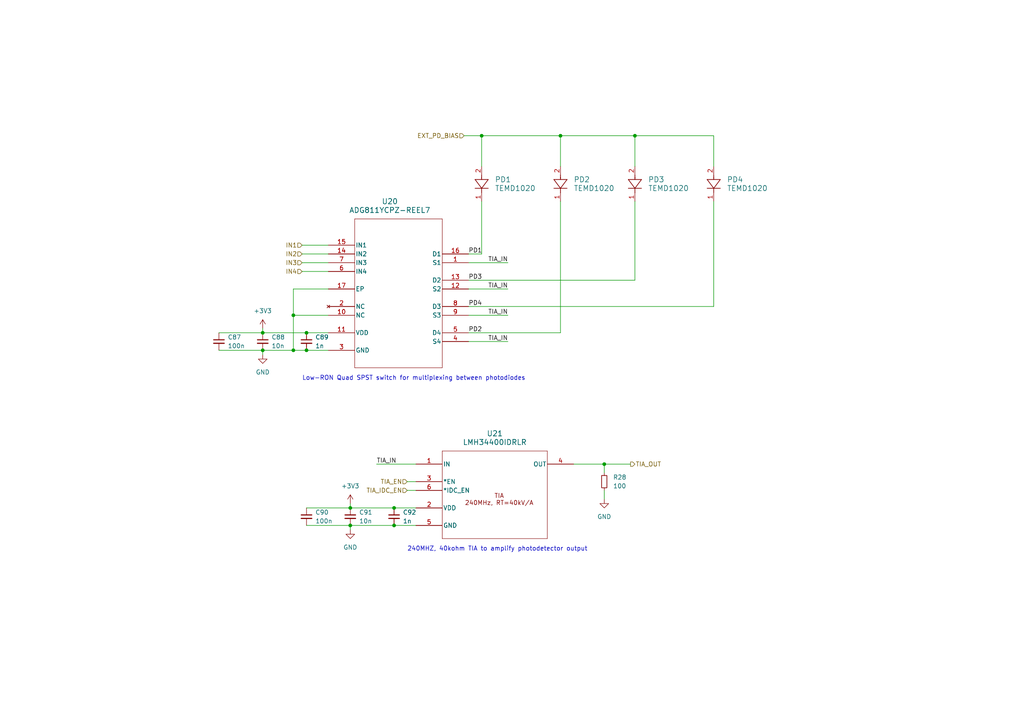
<source format=kicad_sch>
(kicad_sch (version 20230121) (generator eeschema)
  (paper "A4")
  (lib_symbols
    (symbol "Device:C_Small" (pin_numbers hide) (pin_names (offset 0.254) hide)
      (property "Reference" "C" (at 0.254 1.778 0))
      (property "Value" "C_Small" (at 0.254 -2.032 0))
      (symbol "C_Small_0_1"
        (polyline (pts (xy -1.524 -0.508) (xy 1.524 -0.508)) (stroke (width 0.3302)))
        (polyline (pts (xy -1.524 0.508) (xy 1.524 0.508)) (stroke (width 0.3048)))
      )
      (symbol "C_Small_1_1"
        (pin passive line (at 0 2.54 270) (length 2.032) (name "~") (number "1"))
        (pin passive line (at 0 -2.54 90) (length 2.032) (name "~") (number "2"))
      )
    )
    (symbol "Device:R_Small" (pin_numbers hide) (pin_names (offset 0.254) hide)
      (property "Reference" "R" (at 0.762 0.508 0))
      (property "Value" "R_Small" (at 0.762 -1.016 0))
      (symbol "R_Small_0_1"
        (rectangle (start -0.762 1.778) (end 0.762 -1.778) (stroke (width 0.2032)))
      )
      (symbol "R_Small_1_1"
        (pin passive line (at 0 2.54 270) (length 0.762) (name "~") (number "1"))
        (pin passive line (at 0 -2.54 90) (length 0.762) (name "~") (number "2"))
      )
    )
    (symbol "imported_components:ADG811YCPZ-REEL7" (pin_names (offset 0.254))
      (property "Reference" "U" (at 20.32 12.7 0))
      (property "Value" "ADG811YCPZ-REEL7" (at 20.32 10.16 0))
      (symbol "ADG811YCPZ-REEL7_0_1"
        (polyline (pts (xy 7.62 -35.56) (xy 33.02 -35.56)) (stroke (width 0.127)))
        (polyline (pts (xy 7.62 7.62) (xy 7.62 -35.56)) (stroke (width 0.127)))
        (polyline (pts (xy 33.02 -35.56) (xy 33.02 7.62)) (stroke (width 0.127)))
        (polyline (pts (xy 33.02 7.62) (xy 7.62 7.62)) (stroke (width 0.127)))
        (pin bidirectional line (at 40.64 -5.08 180) (length 7.62) (name "S1") (number "1"))
        (pin bidirectional line (at 40.64 -12.7 180) (length 7.62) (name "S2") (number "12"))
        (pin bidirectional line (at 40.64 -10.16 180) (length 7.62) (name "D2") (number "13"))
        (pin bidirectional line (at 40.64 -2.54 180) (length 7.62) (name "D1") (number "16"))
        (pin bidirectional line (at 40.64 -27.94 180) (length 7.62) (name "S4") (number "4"))
        (pin bidirectional line (at 40.64 -25.4 180) (length 7.62) (name "D4") (number "5"))
        (pin bidirectional line (at 40.64 -17.78 180) (length 7.62) (name "D3") (number "8"))
        (pin bidirectional line (at 40.64 -20.32 180) (length 7.62) (name "S3") (number "9"))
      )
      (symbol "ADG811YCPZ-REEL7_1_1"
        (pin free line (at 0 -20.32 0) (length 7.62) (name "NC") (number "10"))
        (pin power_in line (at 0 -25.4 0) (length 7.62) (name "VDD") (number "11"))
        (pin input line (at 0 -2.54 0) (length 7.62) (name "IN2") (number "14"))
        (pin input line (at 0 0 0) (length 7.62) (name "IN1") (number "15"))
        (pin power_in line (at 0 -12.7 0) (length 7.62) (name "EP") (number "17"))
        (pin no_connect line (at 0 -17.78 0) (length 7.62) (name "NC") (number "2"))
        (pin power_in line (at 0 -30.48 0) (length 7.62) (name "GND") (number "3"))
        (pin input line (at 0 -7.62 0) (length 7.62) (name "IN4") (number "6"))
        (pin input line (at 0 -5.08 0) (length 7.62) (name "IN3") (number "7"))
      )
    )
    (symbol "imported_components:LMH34400IDRLR" (pin_names (offset 0.254))
      (property "Reference" "U" (at 22.86 7.62 0))
      (property "Value" "LMH34400IDRLR" (at 22.86 5.08 0))
      (symbol "LMH34400IDRLR_0_1"
        (polyline (pts (xy 7.62 -21.59) (xy 38.1 -21.59)) (stroke (width 0.127)))
        (polyline (pts (xy 7.62 3.81) (xy 7.62 -21.59)) (stroke (width 0.127)))
        (polyline (pts (xy 38.1 -21.59) (xy 38.1 3.81)) (stroke (width 0.127)))
        (polyline (pts (xy 38.1 3.81) (xy 7.62 3.81)) (stroke (width 0.127)))
        (pin input line (at 0 -5.08 0) (length 7.62) (name "*EN") (number "3"))
        (pin output line (at 45.72 0 180) (length 7.62) (name "OUT") (number "4"))
        (pin input line (at 0 -7.62 0) (length 7.62) (name "*IDC_EN") (number "6"))
      )
      (symbol "LMH34400IDRLR_1_1"
        (text "TIA\n240MHz, RT=40kV/A" (at 24.13 -10.16 0) (effects (font (size 1.27 1.27))))
        (pin input line (at 0 0 0) (length 7.62) (name "IN") (number "1"))
        (pin power_in line (at 0 -12.7 0) (length 7.62) (name "VDD") (number "2"))
        (pin power_in line (at 0 -17.78 0) (length 7.62) (name "GND") (number "5"))
      )
    )
    (symbol "imported_components:TEMD1020" (pin_names (offset 0.254))
      (property "Reference" "PD" (at 5.08 4.445 0))
      (property "Value" "TEMD1020" (at 5.08 -3.81 0))
      (symbol "TEMD1020_0_1"
        (polyline (pts (xy 2.54 0) (xy 3.4798 0)) (stroke (width 0.2032)))
        (polyline (pts (xy 3.175 0) (xy 3.81 0)) (stroke (width 0.2032)))
        (polyline (pts (xy 3.81 -1.905) (xy 6.35 0)) (stroke (width 0.2032)))
        (polyline (pts (xy 3.81 1.905) (xy 3.81 -1.905)) (stroke (width 0.2032)))
        (polyline (pts (xy 6.35 -1.905) (xy 6.35 1.905)) (stroke (width 0.2032)))
        (polyline (pts (xy 6.35 0) (xy 3.81 1.905)) (stroke (width 0.2032)))
        (polyline (pts (xy 6.35 0) (xy 7.62 0)) (stroke (width 0.2032)))
      )
      (symbol "TEMD1020_1_1"
        (pin passive line (at 10.16 0 180) (length 2.54) (name "") (number "1"))
        (pin passive line (at 0 0 0) (length 2.54) (name "") (number "2"))
      )
    )
    (symbol "power:+3V3" (power) (pin_names (offset 0))
      (property "Value" "+3V3" (at 0 3.556 0))
      (symbol "+3V3_0_1"
        (polyline (pts (xy -0.762 1.27) (xy 0 2.54)))
        (polyline (pts (xy 0 0) (xy 0 2.54)))
        (polyline (pts (xy 0 2.54) (xy 0.762 1.27)))
      )
      (symbol "+3V3_1_1"
        (pin power_in line (at 0 0 90) (length 0) hide (name "+3V3") (number "1"))
      )
    )
    (symbol "power:GND" (power) (pin_names (offset 0))
      (property "Value" "GND" (at 0 -3.81 0))
      (symbol "GND_0_1"
        (polyline (pts (xy 0 0) (xy 0 -1.27) (xy 1.27 -1.27) (xy 0 -2.54) (xy -1.27 -1.27) (xy 0 -1.27)))
      )
      (symbol "GND_1_1"
        (pin power_in line (at 0 0 270) (length 0) hide (name "GND") (number "1"))
      )
    )
  )
  (junction (at 184.15 39.37))
  (junction (at 175.26 134.62))
  (junction (at 114.3 147.32))
  (junction (at 101.6 152.4))
  (junction (at 88.9 96.52))
  (junction (at 139.7 39.37))
  (junction (at 76.2 101.6))
  (junction (at 88.9 101.6))
  (junction (at 162.56 39.37))
  (junction (at 85.09 91.44))
  (junction (at 76.2 96.52))
  (junction (at 114.3 152.4))
  (junction (at 101.6 147.32))
  (junction (at 85.09 101.6))
  (wire (pts (xy 175.26 134.62) (xy 175.26 137.16)))
  (wire (pts (xy 88.9 147.32) (xy 101.6 147.32)))
  (wire (pts (xy 63.5 96.52) (xy 76.2 96.52)))
  (wire (pts (xy 85.09 91.44) (xy 85.09 101.6)))
  (wire (pts (xy 207.01 39.37) (xy 207.01 48.26)))
  (wire (pts (xy 85.09 83.82) (xy 85.09 91.44)))
  (wire (pts (xy 87.63 76.2) (xy 95.25 76.2)))
  (wire (pts (xy 118.11 142.24) (xy 120.65 142.24)))
  (wire (pts (xy 87.63 71.12) (xy 95.25 71.12)))
  (wire (pts (xy 162.56 39.37) (xy 184.15 39.37)))
  (wire (pts (xy 184.15 39.37) (xy 207.01 39.37)))
  (wire (pts (xy 95.25 101.6) (xy 88.9 101.6)))
  (wire (pts (xy 88.9 101.6) (xy 85.09 101.6)))
  (wire (pts (xy 134.62 39.37) (xy 139.7 39.37)))
  (wire (pts (xy 120.65 147.32) (xy 114.3 147.32)))
  (wire (pts (xy 85.09 91.44) (xy 95.25 91.44)))
  (wire (pts (xy 207.01 88.9) (xy 135.89 88.9)))
  (wire (pts (xy 162.56 96.52) (xy 135.89 96.52)))
  (wire (pts (xy 184.15 39.37) (xy 184.15 48.26)))
  (wire (pts (xy 95.25 96.52) (xy 88.9 96.52)))
  (wire (pts (xy 114.3 147.32) (xy 101.6 147.32)))
  (wire (pts (xy 87.63 73.66) (xy 95.25 73.66)))
  (wire (pts (xy 139.7 39.37) (xy 162.56 39.37)))
  (wire (pts (xy 88.9 152.4) (xy 101.6 152.4)))
  (wire (pts (xy 135.89 91.44) (xy 147.32 91.44)))
  (wire (pts (xy 135.89 83.82) (xy 147.32 83.82)))
  (wire (pts (xy 135.89 81.28) (xy 184.15 81.28)))
  (wire (pts (xy 114.3 152.4) (xy 101.6 152.4)))
  (wire (pts (xy 87.63 78.74) (xy 95.25 78.74)))
  (wire (pts (xy 120.65 152.4) (xy 114.3 152.4)))
  (wire (pts (xy 184.15 58.42) (xy 184.15 81.28)))
  (wire (pts (xy 95.25 83.82) (xy 85.09 83.82)))
  (wire (pts (xy 76.2 96.52) (xy 76.2 95.25)))
  (wire (pts (xy 139.7 73.66) (xy 135.89 73.66)))
  (wire (pts (xy 63.5 101.6) (xy 76.2 101.6)))
  (wire (pts (xy 166.37 134.62) (xy 175.26 134.62)))
  (wire (pts (xy 139.7 58.42) (xy 139.7 73.66)))
  (wire (pts (xy 76.2 101.6) (xy 76.2 102.87)))
  (wire (pts (xy 101.6 147.32) (xy 101.6 146.05)))
  (wire (pts (xy 118.11 139.7) (xy 120.65 139.7)))
  (wire (pts (xy 135.89 99.06) (xy 147.32 99.06)))
  (wire (pts (xy 162.56 39.37) (xy 162.56 48.26)))
  (wire (pts (xy 207.01 58.42) (xy 207.01 88.9)))
  (wire (pts (xy 109.22 134.62) (xy 120.65 134.62)))
  (wire (pts (xy 88.9 96.52) (xy 76.2 96.52)))
  (wire (pts (xy 135.89 76.2) (xy 147.32 76.2)))
  (wire (pts (xy 175.26 142.24) (xy 175.26 144.78)))
  (wire (pts (xy 139.7 48.26) (xy 139.7 39.37)))
  (wire (pts (xy 162.56 58.42) (xy 162.56 96.52)))
  (wire (pts (xy 175.26 134.62) (xy 182.88 134.62)))
  (wire (pts (xy 101.6 152.4) (xy 101.6 153.67)))
  (wire (pts (xy 85.09 101.6) (xy 76.2 101.6)))
  (text "Low-RON Quad SPST switch for multiplexing between photodiodes" (at 87.63 110.49 0) (effects (font (size 1.27 1.27)) (justify left bottom)))
  (text "240MHZ, 40kohm TIA to amplify photodetector output" (at 118.11 160.02 0) (effects (font (size 1.27 1.27)) (justify left bottom)))
  (label "TIA_IN" (at 147.32 76.2 180))
  (label "TIA_IN" (at 147.32 99.06 180))
  (label "TIA_IN" (at 147.32 91.44 180))
  (label "PD4" (at 135.89 88.9 0))
  (label "TIA_IN" (at 147.32 83.82 180))
  (label "PD3" (at 135.89 81.28 0))
  (label "TIA_IN" (at 109.22 134.62 0))
  (label "PD2" (at 135.89 96.52 0))
  (label "PD1" (at 135.89 73.66 0))
  (hierarchical_label "TIA_IDC_EN" (shape input) (at 118.11 142.24 180))
  (hierarchical_label "IN2" (shape input) (at 87.63 73.66 180))
  (hierarchical_label "TIA_EN" (shape input) (at 118.11 139.7 180))
  (hierarchical_label "IN1" (shape input) (at 87.63 71.12 180))
  (hierarchical_label "EXT_PD_BIAS" (shape input) (at 134.62 39.37 180))
  (hierarchical_label "TIA_OUT" (shape output) (at 182.88 134.62 0))
  (hierarchical_label "IN3" (shape input) (at 87.63 76.2 180))
  (hierarchical_label "IN4" (shape input) (at 87.63 78.74 180))
  (symbol (lib_id "power:+3V3") (at 76.2 95.25 0) (unit 1)
    (property "Reference" "#PWR0108" (effects hide))
    (property "Value" "+3V3" (at 76.2 90.17 0))
  )
  (symbol (lib_id "imported_components:ADG811YCPZ-REEL7") (at 95.25 71.12 0) (unit 1)
    (property "Reference" "U20" (at 113.0617 58.42 0) (effects (font (size 1.524 1.524))))
    (property "Value" "ADG811YCPZ-REEL7" (at 113.0617 60.96 0) (effects (font (size 1.524 1.524))))
    (property "Footprint" "imported_footprints:CP_16_3_ADI" (effects hide))
    (property "Datasheet" "https://www.analog.com/media/en/technical-documentation/data-sheets/adg811_812.pdf" (effects hide))
    (property "PartNum" "ADG811YCPZ-REEL7" (effects hide))
    (property "Description" "IC SW SPST-NCX4 650MOHM 16LFCSP" (effects hide))
    (property "Manufacturer" "Analog Devices Inc." (effects hide))
  )
  (symbol (lib_id "imported_components:LMH34400IDRLR") (at 120.65 134.62 0) (unit 1)
    (property "Reference" "U21" (at 143.51 125.73 0) (effects (font (size 1.524 1.524))))
    (property "Value" "LMH34400IDRLR" (at 143.51 128.27 0) (effects (font (size 1.524 1.524))))
    (property "Footprint" "imported_footprints:SOT5X3-6_DRL_TEX" (effects hide))
    (property "Datasheet" "https://www.ti.com/lit/ds/symlink/lmh34400.pdf?ts=1701637553201&ref_url=https%253A%252F%252Fwww.ti.com%252Fproduct%252FLMH34400" (effects hide))
    (property "PartNum" "LMH34400IDRLR" (effects hide))
    (property "Description" "240-MHZ, SINGLE-ENDED, TRANSIMPE" (effects hide))
    (property "Manufacturer" "Texas Instruments" (effects hide))
  )
  (symbol (lib_id "power:GND") (at 101.6 153.67 0) (unit 1)
    (property "Reference" "#PWR0112" (effects hide))
    (property "Value" "GND" (at 101.6 158.75 0))
  )
  (symbol (lib_id "imported_components:TEMD1020") (at 139.7 48.26 270) (unit 1)
    (property "Reference" "PD1" (at 143.51 52.07 90) (effects (font (size 1.524 1.524)) (justify left)))
    (property "Value" "TEMD1020" (at 143.51 54.61 90) (effects (font (size 1.524 1.524)) (justify left)))
    (property "Footprint" "imported_footprints:CR_D1020_VIS" (effects hide))
    (property "Datasheet" "https://www.vishay.com/docs/81564/temd1000.pdf" (effects hide))
    (property "PartNum" "TEMD1020" (effects hide))
    (property "Description" "SENSOR PHOTODIODE 940NM" (effects hide))
    (property "Manufacturer" "Vishay Semiconductor Opto Division" (effects hide))
  )
  (symbol (lib_id "power:+3V3") (at 101.6 146.05 0) (unit 1)
    (property "Reference" "#PWR0111" (effects hide))
    (property "Value" "+3V3" (at 101.6 140.97 0))
  )
  (symbol (lib_id "imported_components:TEMD1020") (at 162.56 48.26 270) (unit 1)
    (property "Reference" "PD2" (at 166.37 52.07 90) (effects (font (size 1.524 1.524)) (justify left)))
    (property "Value" "TEMD1020" (at 166.37 54.61 90) (effects (font (size 1.524 1.524)) (justify left)))
    (property "Footprint" "imported_footprints:CR_D1020_VIS" (effects hide))
    (property "Datasheet" "https://www.vishay.com/docs/81564/temd1000.pdf" (effects hide))
    (property "PartNum" "TEMD1020" (effects hide))
    (property "Description" "SENSOR PHOTODIODE 940NM" (effects hide))
    (property "Manufacturer" "Vishay Semiconductor Opto Division" (effects hide))
  )
  (symbol (lib_id "power:GND") (at 76.2 102.87 0) (unit 1)
    (property "Reference" "#PWR0109" (effects hide))
    (property "Value" "GND" (at 76.2 107.95 0))
  )
  (symbol (lib_id "Device:C_Small") (at 76.2 99.06 0) (unit 1)
    (property "Reference" "C88" (at 78.74 97.7963 0) (effects (justify left)))
    (property "Value" "10n" (at 78.74 100.3363 0) (effects (justify left)))
    (property "Footprint" "Capacitor_SMD:C_0402_1005Metric" (effects hide))
    (property "Description" "CAP CER 10000PF 16V X7R 0402" (effects hide))
    (property "Manufacturer" "Murata Electronics" (effects hide))
    (property "PartNum" "GRT155R71C103KE01J" (effects hide))
  )
  (symbol (lib_id "imported_components:TEMD1020") (at 207.01 48.26 270) (unit 1)
    (property "Reference" "PD4" (at 210.82 52.07 90) (effects (font (size 1.524 1.524)) (justify left)))
    (property "Value" "TEMD1020" (at 210.82 54.61 90) (effects (font (size 1.524 1.524)) (justify left)))
    (property "Footprint" "imported_footprints:CR_D1020_VIS" (effects hide))
    (property "Datasheet" "https://www.vishay.com/docs/81564/temd1000.pdf" (effects hide))
    (property "PartNum" "TEMD1020" (effects hide))
    (property "Description" "SENSOR PHOTODIODE 940NM" (effects hide))
    (property "Manufacturer" "Vishay Semiconductor Opto Division" (effects hide))
  )
  (symbol (lib_id "Device:C_Small") (at 63.5 99.06 0) (unit 1)
    (property "Reference" "C87" (at 66.04 97.7963 0) (effects (justify left)))
    (property "Value" "100n" (at 66.04 100.3363 0) (effects (justify left)))
    (property "Footprint" "Capacitor_SMD:C_0402_1005Metric" (effects hide))
    (property "Description" "CAP CER 0.1UF 25V X7R 0402" (effects hide))
    (property "Manufacturer" "Murata Electronics" (effects hide))
    (property "PartNum" "GRM155R71E104KE14J" (effects hide))
  )
  (symbol (lib_id "Device:C_Small") (at 114.3 149.86 0) (unit 1)
    (property "Reference" "C92" (at 116.84 148.5963 0) (effects (justify left)))
    (property "Value" "1n" (at 116.84 151.1363 0) (effects (justify left)))
    (property "Footprint" "Capacitor_SMD:C_0402_1005Metric" (effects hide))
    (property "Description" "CAP CER 1000PF 25V C0G/NP0 0402" (effects hide))
    (property "Manufacturer" "Murata Electronics" (effects hide))
    (property "PartNum" "GRT1555C1E102JA02J" (effects hide))
  )
  (symbol (lib_id "Device:C_Small") (at 88.9 99.06 0) (unit 1)
    (property "Reference" "C89" (at 91.44 97.7963 0) (effects (justify left)))
    (property "Value" "1n" (at 91.44 100.3363 0) (effects (justify left)))
    (property "Footprint" "Capacitor_SMD:C_0402_1005Metric" (effects hide))
    (property "Description" "CAP CER 1000PF 25V C0G/NP0 0402" (effects hide))
    (property "Manufacturer" "Murata Electronics" (effects hide))
    (property "PartNum" "GRT1555C1E102JA02J" (effects hide))
  )
  (symbol (lib_id "Device:R_Small") (at 175.26 139.7 0) (unit 1)
    (property "Reference" "R28" (at 177.8 138.43 0) (effects (justify left)))
    (property "Value" "100" (at 177.8 140.97 0) (effects (justify left)))
    (property "Footprint" "Resistor_SMD:R_0402_1005Metric" (effects hide))
    (property "Description" "RES SMD 100 OHM 0.1% 1/16W 0402" (effects hide))
    (property "Manufacturer" "Yageo" (effects hide))
    (property "PartNum" "RT0402BRD07100RL" (effects hide))
  )
  (symbol (lib_id "Device:C_Small") (at 88.9 149.86 0) (unit 1)
    (property "Reference" "C90" (at 91.44 148.5963 0) (effects (justify left)))
    (property "Value" "100n" (at 91.44 151.1363 0) (effects (justify left)))
    (property "Footprint" "Capacitor_SMD:C_0402_1005Metric" (effects hide))
    (property "Description" "CAP CER 0.1UF 25V X7R 0402" (effects hide))
    (property "Manufacturer" "Murata Electronics" (effects hide))
    (property "PartNum" "GRM155R71E104KE14J" (effects hide))
  )
  (symbol (lib_id "Device:C_Small") (at 101.6 149.86 0) (unit 1)
    (property "Reference" "C91" (at 104.14 148.5963 0) (effects (justify left)))
    (property "Value" "10n" (at 104.14 151.1363 0) (effects (justify left)))
    (property "Footprint" "Capacitor_SMD:C_0402_1005Metric" (effects hide))
    (property "Description" "CAP CER 10000PF 16V X7R 0402" (effects hide))
    (property "Manufacturer" "Murata Electronics" (effects hide))
    (property "PartNum" "GRT155R71C103KE01J" (effects hide))
  )
  (symbol (lib_id "imported_components:TEMD1020") (at 184.15 48.26 270) (unit 1)
    (property "Reference" "PD3" (at 187.96 52.07 90) (effects (font (size 1.524 1.524)) (justify left)))
    (property "Value" "TEMD1020" (at 187.96 54.61 90) (effects (font (size 1.524 1.524)) (justify left)))
    (property "Footprint" "imported_footprints:CR_D1020_VIS" (effects hide))
    (property "Datasheet" "https://www.vishay.com/docs/81564/temd1000.pdf" (effects hide))
    (property "PartNum" "TEMD1020" (effects hide))
    (property "Description" "SENSOR PHOTODIODE 940NM" (effects hide))
    (property "Manufacturer" "Vishay Semiconductor Opto Division" (effects hide))
  )
  (symbol (lib_id "power:GND") (at 175.26 144.78 0) (unit 1)
    (property "Reference" "#PWR0110" (effects hide))
    (property "Value" "GND" (at 175.26 149.86 0))
  )
)
</source>
